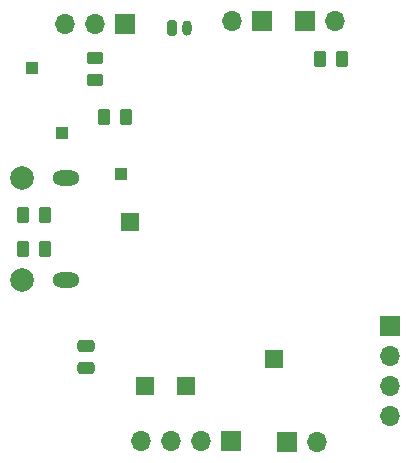
<source format=gbr>
%TF.GenerationSoftware,KiCad,Pcbnew,8.0.3*%
%TF.CreationDate,2025-04-01T13:45:42-05:00*%
%TF.ProjectId,wearable_v2_nrf,77656172-6162-46c6-955f-76325f6e7266,rev?*%
%TF.SameCoordinates,Original*%
%TF.FileFunction,Soldermask,Bot*%
%TF.FilePolarity,Negative*%
%FSLAX46Y46*%
G04 Gerber Fmt 4.6, Leading zero omitted, Abs format (unit mm)*
G04 Created by KiCad (PCBNEW 8.0.3) date 2025-04-01 13:45:42*
%MOMM*%
%LPD*%
G01*
G04 APERTURE LIST*
G04 Aperture macros list*
%AMRoundRect*
0 Rectangle with rounded corners*
0 $1 Rounding radius*
0 $2 $3 $4 $5 $6 $7 $8 $9 X,Y pos of 4 corners*
0 Add a 4 corners polygon primitive as box body*
4,1,4,$2,$3,$4,$5,$6,$7,$8,$9,$2,$3,0*
0 Add four circle primitives for the rounded corners*
1,1,$1+$1,$2,$3*
1,1,$1+$1,$4,$5*
1,1,$1+$1,$6,$7*
1,1,$1+$1,$8,$9*
0 Add four rect primitives between the rounded corners*
20,1,$1+$1,$2,$3,$4,$5,0*
20,1,$1+$1,$4,$5,$6,$7,0*
20,1,$1+$1,$6,$7,$8,$9,0*
20,1,$1+$1,$8,$9,$2,$3,0*%
G04 Aperture macros list end*
%ADD10R,1.700000X1.700000*%
%ADD11O,1.700000X1.700000*%
%ADD12R,1.500000X1.500000*%
%ADD13RoundRect,0.200000X-0.200000X-0.450000X0.200000X-0.450000X0.200000X0.450000X-0.200000X0.450000X0*%
%ADD14O,0.800000X1.300000*%
%ADD15C,2.010000*%
%ADD16O,2.304000X1.304000*%
%ADD17R,1.000000X1.000000*%
%ADD18RoundRect,0.250000X0.262500X0.450000X-0.262500X0.450000X-0.262500X-0.450000X0.262500X-0.450000X0*%
%ADD19RoundRect,0.250000X0.450000X-0.262500X0.450000X0.262500X-0.450000X0.262500X-0.450000X-0.262500X0*%
%ADD20RoundRect,0.250000X-0.475000X0.250000X-0.475000X-0.250000X0.475000X-0.250000X0.475000X0.250000X0*%
%ADD21RoundRect,0.250000X-0.262500X-0.450000X0.262500X-0.450000X0.262500X0.450000X-0.262500X0.450000X0*%
G04 APERTURE END LIST*
D10*
%TO.C,SW2*%
X93115000Y-51050000D03*
D11*
X90575000Y-51050000D03*
X88035000Y-51050000D03*
%TD*%
D10*
%TO.C,J3*%
X102100000Y-86350000D03*
D11*
X99560000Y-86350000D03*
X97020000Y-86350000D03*
X94480000Y-86350000D03*
%TD*%
D12*
%TO.C,TP5*%
X94750000Y-81675000D03*
%TD*%
%TO.C,TP4*%
X98275000Y-81650000D03*
%TD*%
D11*
%TO.C,R5*%
X102185000Y-50800000D03*
D10*
X104725000Y-50800000D03*
%TD*%
%TO.C,J4*%
X108375000Y-50775000D03*
D11*
X110915000Y-50775000D03*
%TD*%
D13*
%TO.C,BT1*%
X97100000Y-51375000D03*
D14*
X98350000Y-51375000D03*
%TD*%
D10*
%TO.C,M1*%
X106825000Y-86400000D03*
D11*
X109365000Y-86400000D03*
%TD*%
D10*
%TO.C,J1*%
X115550000Y-76545000D03*
D11*
X115550000Y-79085000D03*
X115550000Y-81625000D03*
X115550000Y-84165000D03*
%TD*%
D12*
%TO.C,TP6*%
X93550000Y-67775000D03*
%TD*%
D15*
%TO.C,J2*%
X84347500Y-64080000D03*
X84347500Y-72720000D03*
D16*
X88118500Y-64082000D03*
X88118500Y-72718000D03*
%TD*%
D17*
%TO.C,TP2*%
X85250000Y-54750000D03*
%TD*%
%TO.C,TP1*%
X87800000Y-60250000D03*
%TD*%
D12*
%TO.C,TP7*%
X105750000Y-79375000D03*
%TD*%
D17*
%TO.C,TP3*%
X92725000Y-63675000D03*
%TD*%
D18*
%TO.C,R2*%
X86312500Y-67150000D03*
X84487500Y-67150000D03*
%TD*%
D19*
%TO.C,R12*%
X90600000Y-55737500D03*
X90600000Y-53912500D03*
%TD*%
D20*
%TO.C,C2*%
X89825000Y-78275000D03*
X89825000Y-80175000D03*
%TD*%
D21*
%TO.C,R4*%
X109612500Y-54000000D03*
X111437500Y-54000000D03*
%TD*%
%TO.C,R11*%
X91337500Y-58900000D03*
X93162500Y-58900000D03*
%TD*%
D18*
%TO.C,R3*%
X86312500Y-70100000D03*
X84487500Y-70100000D03*
%TD*%
M02*

</source>
